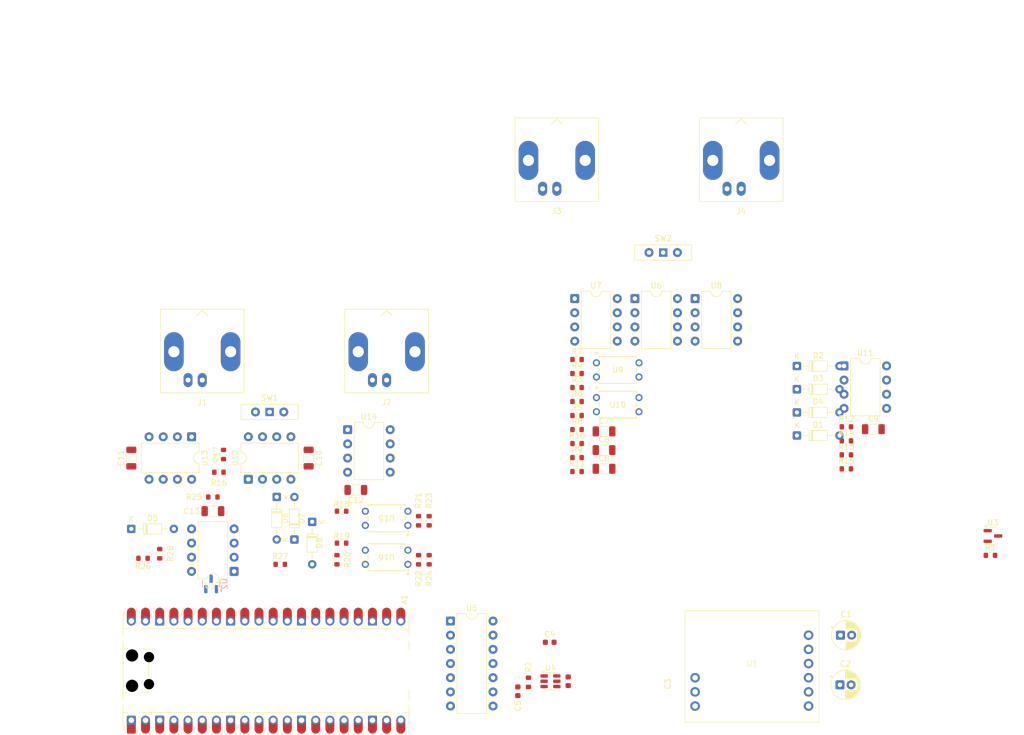
<source format=kicad_pcb>
(kicad_pcb (version 20241229) (generator "pcbnew") (generator_version "9.0")
  (layers (0 "F.Cu" signal) (4 "In1.Cu" power "In1.+12V") (6 "In2.Cu" power "In2.GND") (8 "In3.Cu" power "In3.-12V") (10 "In4.Cu" power "In4.GND") (2 "B.Cu" signal) (13 "F.Paste" user) (15 "B.Paste" user) (5 "F.SilkS" user "F.Silkscreen") (7 "B.SilkS" user "B.Silkscreen") (1 "F.Mask" user) (3 "B.Mask" user) (25 "Edge.Cuts" user))
  (net 0 "")
  (net 1 "+3.3V")
  (net 2 "GND")
  (net 3 "Net-(D2-A)")
  (net 4 "/PotentioStatUnit/Vcrr")
  (net 5 "/反転回路/OUTPUT")
  (net 6 "Net-(D6-A)")
  (net 7 "/PotentioStatUnit1/Vcrr")
  (net 8 "/反転回路1/OUTPUT")
  (net 9 "/PotentioStatUnit1/RE")
  (net 10 "/PotentioStatUnit1/WE")
  (net 11 "Net-(J4-In)")
  (net 12 "/PotentioStatUnit/WE")
  (net 13 "/PotentioStatUnit/RE")
  (net 14 "/REF_+2.048V")
  (net 15 "/PotentioStatUnit/Vre")
  (net 16 "Net-(U6--)")
  (net 17 "/PotentioStatUnit/INPUT")
  (net 18 "/PotentioStatUnit1/Vre")
  (net 19 "/PotentioStatUnit1/INPUT")
  (net 20 "Net-(U12--)")
  (net 21 "/PotentioStatUnit1/CE")
  (net 22 "/PotentioStatUnit/CE")
  (net 41 "x10k_2")
  (net 46 "Net-(A1-GPIO18)")
  (net 48 "x1k_2")
  (net 51 "Net-(A1-GPIO17)")
  (net 52 "Net-(A1-GPIO20)")
  (net 56 "Net-(A1-GPIO19)")
  (net 57 "x10k_1")
  (net 59 "x1k_1")
  (net 61 "Net-(A1-ADC_VREF)")
  (net 67 "-12V")
  (net 68 "+12V")
  (net 69 "3.0V_REF")
  (net 70 "Net-(R18-Pad2)")
  (net 71 "Net-(C5-Pad2)")
  (net 72 "Net-(R19-Pad2)")
  (net 73 "Net-(R21-Pad1)")
  (net 74 "Net-(D3-A)")
  (net 75 "Net-(D7-A)")
  (net 76 "Net-(J2-In)")
  (net 77 "Net-(R5-Pad2)")
  (net 78 "Net-(R6-Pad2)")
  (net 79 "Net-(R10-Pad2)")
  (net 80 "Net-(R11-Pad1)")
  (net 81 "Net-(U11--)")
  (net 82 "Net-(U11-+)")
  (net 83 "Net-(R22-Pad2)")
  (net 84 "Net-(U17--)")
  (net 85 "Net-(U17-+)")
  (net 100 "VSYS")
  (footprint "Package_DIP:DIP-8_W7.62mm" (layer "F.Cu") (at 155.58 127)
    (property "Reference" "U11" (at 3.81 -2.33 0) (layer "F.SilkS"))
    (property "Value" "OP07")
    (pad "1" thru_hole roundrect (at 0 0) (size 1.6 1.6) (drill 0.8) (layers "*.Cu" "*.Mask") (roundrect_rratio 0.15625))
    (pad "2" thru_hole circle (at 0 2.54) (size 1.6 1.6) (drill 0.8) (layers "*.Cu" "*.Mask") (net 81 "Net-(U11--)"))
    (pad "3" thru_hole circle (at 0 5.08) (size 1.6 1.6) (drill 0.8) (layers "*.Cu" "*.Mask") (net 82 "Net-(U11-+)"))
    (pad "4" thru_hole circle (at 0 7.62) (size 1.6 1.6) (drill 0.8) (layers "*.Cu" "*.Mask") (net 67 "-12V"))
    (pad "5" thru_hole circle (at 7.62 7.62) (size 1.6 1.6) (drill 0.8) (layers "*.Cu" "*.Mask"))
    (pad "6" thru_hole circle (at 7.62 5.08) (size 1.6 1.6) (drill 0.8) (layers "*.Cu" "*.Mask") (net 5 "/反転回路/OUTPUT"))
    (pad "7" thru_hole circle (at 7.62 2.54) (size 1.6 1.6) (drill 0.8) (layers "*.Cu" "*.Mask") (net 68 "+12V"))
    (pad "8" thru_hole circle (at 7.62 0) (size 1.6 1.6) (drill 0.8) (layers "*.Cu" "*.Mask"))
  )
  (footprint "Capacitor_SMD:C_1206_3216Metric" (layer "F.Cu") (at 112.595 138.735)
    (property "Reference" "C7" (at 0 -1.85 0) (layer "F.SilkS"))
    (property "Value" "4.7u")
    (pad "1" smd roundrect (at -1.475 0) (size 1.15 1.8) (layers "F.Cu" "F.Mask" "F.Paste") (roundrect_rratio 0.217391) (net 68 "+12V"))
    (pad "2" smd roundrect (at 1.475 0) (size 1.15 1.8) (layers "F.Cu" "F.Mask" "F.Paste") (roundrect_rratio 0.217391) (net 67 "-12V"))
  )
  (footprint "Capacitor_SMD:C_1206_3216Metric" (layer "F.Cu") (at 112.595 142.085)
    (property "Reference" "C6" (at 0 -1.85 0) (layer "F.SilkS"))
    (property "Value" "4.7u")
    (pad "1" smd roundrect (at -1.475 0) (size 1.15 1.8) (layers "F.Cu" "F.Mask" "F.Paste") (roundrect_rratio 0.217391) (net 68 "+12V"))
    (pad "2" smd roundrect (at 1.475 0) (size 1.15 1.8) (layers "F.Cu" "F.Mask" "F.Paste") (roundrect_rratio 0.217391) (net 67 "-12V"))
  )
  (footprint "Diode_THT:D_DO-34_SOD68_P7.62mm_Horizontal" (layer "F.Cu") (at 60.325 154.935 -90)
    (property "Reference" "D8" (at 3.815 -1.27 90) (layer "F.SilkS"))
    (property "Value" "D")
    (fp_text user "K" (at 0 -1.75 90) (layer "F.SilkS"))
    (pad "1" thru_hole roundrect (at 0 0 270) (size 1.5 1.5) (drill 0.75) (layers "*.Cu" "*.Mask") (roundrect_rratio 0.166667) (net 75 "Net-(D7-A)"))
    (pad "2" thru_hole circle (at 7.62 0 270) (size 1.5 1.5) (drill 0.75) (layers "*.Cu" "*.Mask") (net 7 "/PotentioStatUnit1/Vcrr"))
  )
  (footprint "Resistor_SMD:R_0603_1608Metric" (layer "F.Cu") (at 79.375 161.74 -90)
    (property "Reference" "R22" (at 3.365 0 90) (layer "F.SilkS"))
    (property "Value" "10k")
    (pad "1" smd roundrect (at -0.825 0 270) (size 0.8 0.95) (layers "F.Cu" "F.Mask" "F.Paste") (net 2 "GND"))
    (pad "2" smd roundrect (at 0.825 0 270) (size 0.8 0.95) (layers "F.Cu" "F.Mask" "F.Paste") (net 83 "Net-(R22-Pad2)"))
  )
  (footprint "Diode_THT:D_DO-34_SOD68_P7.62mm_Horizontal" (layer "F.Cu") (at 147.14 135.33)
    (property "Reference" "D4" (at 3.81 -1.92 0) (layer "F.SilkS"))
    (property "Value" "D")
    (fp_text user "K" (at 0 -1.75 0) (layer "F.SilkS"))
    (pad "1" thru_hole roundrect (at 0 0) (size 1.5 1.5) (drill 0.75) (layers "*.Cu" "*.Mask") (roundrect_rratio 0.166667) (net 74 "Net-(D3-A)"))
    (pad "2" thru_hole circle (at 7.62 0) (size 1.5 1.5) (drill 0.75) (layers "*.Cu" "*.Mask") (net 4 "/PotentioStatUnit/Vcrr"))
  )
  (footprint "Resistor_SMD:R_0603_1608Metric" (layer "F.Cu") (at 42.545 150.495)
    (property "Reference" "R25" (at -3.365 0 0) (layer "F.SilkS"))
    (property "Value" "10k")
    (pad "1" smd roundrect (at -0.825 0) (size 0.8 0.95) (layers "F.Cu" "F.Mask" "F.Paste") (net 8 "/反転回路1/OUTPUT"))
    (pad "2" smd roundrect (at 0.825 0) (size 0.8 0.95) (layers "F.Cu" "F.Mask" "F.Paste") (net 84 "Net-(U17--)"))
  )
  (footprint "Capacitor_SMD:C_1206_3216Metric" (layer "F.Cu") (at 160.83 138.34)
    (property "Reference" "C9" (at 0 -1.85 0) (layer "F.SilkS"))
    (property "Value" "4.7u")
    (pad "1" smd roundrect (at -1.475 0) (size 1.15 1.8) (layers "F.Cu" "F.Mask" "F.Paste") (roundrect_rratio 0.217391) (net 67 "-12V"))
    (pad "2" smd roundrect (at 1.475 0) (size 1.15 1.8) (layers "F.Cu" "F.Mask" "F.Paste") (roundrect_rratio 0.217391) (net 68 "+12V"))
  )
  (footprint "footprints:DIP4_TOS" (layer "F.Cu") (at 77.47 162.565 180)
    (property "Reference" "U16" (at 3.81 1.27 180) (layer "F.SilkS"))
    (property "Value" "TLP241AF")
    (fp_text user "*" (at 0 -1.397 0) (layer "F.SilkS"))
    (fp_text user "*" (at 0 -1.397 180) (layer "F.SilkS"))
    (pad "1" thru_hole circle (at 0 0 180) (size 1.27 1.27) (drill 0.762) (layers "*.Cu" "*.Mask") (net 83 "Net-(R22-Pad2)"))
    (pad "2" thru_hole circle (at 0 2.54 180) (size 1.27 1.27) (drill 0.762) (layers "*.Cu" "*.Mask") (net 2 "GND"))
    (pad "3" thru_hole circle (at 7.62 2.54 180) (size 1.27 1.27) (drill 0.762) (layers "*.Cu" "*.Mask") (net 72 "Net-(R19-Pad2)"))
    (pad "4" thru_hole circle (at 7.62 0 180) (size 1.27 1.27) (drill 0.762) (layers "*.Cu" "*.Mask") (net 7 "/PotentioStatUnit1/Vcrr"))
  )
  (footprint "Resistor_SMD:R_0603_1608Metric" (layer "F.Cu") (at 156 142.94)
    (property "Reference" "R13" (at 0 -1.43 0) (layer "F.SilkS"))
    (property "Value" "30k")
    (pad "1" smd roundrect (at -0.825 0) (size 0.8 0.95) (layers "F.Cu" "F.Mask" "F.Paste") (net 69 "3.0V_REF"))
    (pad "2" smd roundrect (at 0.825 0) (size 0.8 0.95) (layers "F.Cu" "F.Mask" "F.Paste") (net 82 "Net-(U11-+)"))
  )
  (footprint "Resistor_SMD:R_0603_1608Metric" (layer "F.Cu") (at 43.625 146.055)
    (property "Reference" "R16" (at 0 1.905 0) (layer "F.SilkS"))
    (property "Value" "10k")
    (pad "1" smd roundrect (at -0.825 0) (size 0.8 0.95) (layers "F.Cu" "F.Mask" "F.Paste") (net 19 "/PotentioStatUnit1/INPUT"))
    (pad "2" smd roundrect (at 0.825 0) (size 0.8 0.95) (layers "F.Cu" "F.Mask" "F.Paste") (net 20 "Net-(U12--)"))
  )
  (footprint "Resistor_SMD:R_0603_1608Metric" (layer "F.Cu") (at 65.595 153.04)
    (property "Reference" "R18" (at 0 -1.27 0) (layer "F.SilkS"))
    (property "Value" "10k")
    (pad "1" smd roundrect (at -0.825 0) (size 0.8 0.95) (layers "F.Cu" "F.Mask" "F.Paste") (net 10 "/PotentioStatUnit1/WE"))
    (pad "2" smd roundrect (at 0.825 0) (size 0.8 0.95) (layers "F.Cu" "F.Mask" "F.Paste") (net 70 "Net-(R18-Pad2)"))
  )
  (footprint "Resistor_SMD:R_0603_1608Metric" (layer "F.Cu") (at 54.61 162.56)
    (property "Reference" "R27" (at 0 -1.43 0) (layer "F.SilkS"))
    (property "Value" "10k")
    (pad "1" smd roundrect (at -0.825 0) (size 0.8 0.95) (layers "F.Cu" "F.Mask" "F.Paste") (net 84 "Net-(U17--)"))
    (pad "2" smd roundrect (at 0.825 0) (size 0.8 0.95) (layers "F.Cu" "F.Mask" "F.Paste") (net 7 "/PotentioStatUnit1/Vcrr"))
  )
  (footprint "Resistor_SMD:R_0603_1608Metric" (layer "F.Cu") (at 33.02 160.655 90)
    (property "Reference" "R28" (at 0 1.905 90) (layer "F.SilkS"))
    (property "Value" "10k")
    (pad "1" smd roundrect (at -0.825 0 90) (size 0.8 0.95) (layers "F.Cu" "F.Mask" "F.Paste") (net 85 "Net-(U17-+)"))
    (pad "2" smd roundrect (at 0.825 0 90) (size 0.8 0.95) (layers "F.Cu" "F.Mask" "F.Paste") (net 2 "GND"))
  )
  (footprint "Capacitor_THT:CP_Radial_D5.0mm_P2.00mm" (layer "F.Cu") (at 154.845 184.15)
    (property "Reference" "C2" (at 1 -3.75 0) (layer "F.SilkS"))
    (property "Value" "100u")
    (pad "1" thru_hole roundrect (at 0 0) (size 1.6 1.6) (drill 0.8) (layers "*.Cu" "*.Mask") (roundrect_rratio 0.15625) (net 2 "GND"))
    (pad "2" thru_hole circle (at 2 0) (size 1.6 1.6) (drill 0.8) (layers "*.Cu" "*.Mask") (net 67 "-12V"))
  )
  (footprint "Resistor_SMD:R_0603_1608Metric" (layer "F.Cu") (at 156 137.92)
    (property "Reference" "R12" (at 0 -1.43 0) (layer "F.SilkS"))
    (property "Value" "10k")
    (pad "1" smd roundrect (at -0.825 0) (size 0.8 0.95) (layers "F.Cu" "F.Mask" "F.Paste") (net 5 "/反転回路/OUTPUT"))
    (pad "2" smd roundrect (at 0.825 0) (size 0.8 0.95) (layers "F.Cu" "F.Mask" "F.Paste") (net 81 "Net-(U11--)"))
  )
  (footprint "Capacitor_SMD:C_1206_3216Metric" (layer "F.Cu") (at 59.69 143.515 -90)
    (property "Reference" "C10" (at 0 -1.85 90) (layer "F.SilkS"))
    (property "Value" "4.7u")
    (pad "1" smd roundrect (at -1.475 0 270) (size 1.15 1.8) (layers "F.Cu" "F.Mask" "F.Paste") (roundrect_rratio 0.217391) (net 68 "+12V"))
    (pad "2" smd roundrect (at 1.475 0 270) (size 1.15 1.8) (layers "F.Cu" "F.Mask" "F.Paste") (roundrect_rratio 0.217391) (net 67 "-12V"))
  )
  (footprint "Capacitor_SMD:C_0603_1608Metric" (layer "F.Cu") (at 102.87 176.53)
    (property "Reference" "C4" (at 0 -1.43 0) (layer "F.SilkS"))
    (property "Value" "2.2u")
    (pad "1" smd roundrect (at -0.775 0) (size 0.9 0.95) (layers "F.Cu" "F.Mask" "F.Paste") (net 1 "+3.3V"))
    (pad "2" smd roundrect (at 0.775 0) (size 0.9 0.95) (layers "F.Cu" "F.Mask" "F.Paste") (net 2 "GND"))
  )
  (footprint "footprints:DIP4_TOS" (layer "F.Cu") (at 111.2352 132.6786)
    (property "Reference" "U10" (at 3.81 1.27 0) (layer "F.SilkS"))
    (property "Value" "TLP241AF")
    (fp_text user "*" (at 0 -1.397 0) (layer "F.SilkS"))
    (fp_text user "*" (at 0 -1.397 0) (layer "F.SilkS"))
    (pad "1" thru_hole circle (at 0 0) (size 1.27 1.27) (drill 0.762) (layers "*.Cu" "*.Mask") (net 80 "Net-(R11-Pad1)"))
    (pad "2" thru_hole circle (at 0 2.54) (size 1.27 1.27) (drill 0.762) (layers "*.Cu" "*.Mask") (net 2 "GND"))
    (pad "3" thru_hole circle (at 7.62 2.54) (size 1.27 1.27) (drill 0.762) (layers "*.Cu" "*.Mask") (net 78 "Net-(R6-Pad2)"))
    (pad "4" thru_hole circle (at 7.62 0) (size 1.27 1.27) (drill 0.762) (layers "*.Cu" "*.Mask") (net 4 "/PotentioStatUnit/Vcrr"))
  )
  (footprint "Resistor_SMD:R_0603_1608Metric" (layer "F.Cu") (at 107.765 130.875)
    (property "Reference" "R3" (at 0 -1.43 0) (layer "F.SilkS"))
    (property "Value" "10k")
    (pad "1" smd roundrect (at -0.825 0) (size 0.8 0.95) (layers "F.Cu" "F.Mask" "F.Paste") (net 17 "/PotentioStatUnit/INPUT"))
    (pad "2" smd roundrect (at 0.825 0) (size 0.8 0.95) (layers "F.Cu" "F.Mask" "F.Paste") (net 16 "Net-(U6--)"))
  )
  (footprint "Capacitor_SMD:C_0603_1608Metric" (layer "F.Cu") (at 106.1775 183.515 90)
    (property "Reference" "C3" (at -0.49 17.83 90) (layer "F.SilkS"))
    (property "Value" "2.2u")
    (pad "1" smd roundrect (at -0.775 0 90) (size 0.9 0.95) (layers "F.Cu" "F.Mask" "F.Paste") (net 2 "GND"))
    (pad "2" smd roundrect (at 0.775 0 90) (size 0.9 0.95) (layers "F.Cu" "F.Mask" "F.Paste") (net 1 "+3.3V"))
  )
  (footprint "Capacitor_THT:CP_Radial_D5.0mm_P2.00mm" (layer "F.Cu") (at 154.94 175.26)
    (property "Reference" "C1" (at 1 -3.75 0) (layer "F.SilkS"))
    (property "Value" "100u")
    (pad "1" thru_hole roundrect (at 0 0) (size 1.6 1.6) (drill 0.8) (layers "*.Cu" "*.Mask") (roundrect_rratio 0.15625) (net 68 "+12V"))
    (pad "2" thru_hole circle (at 2 0) (size 1.6 1.6) (drill 0.8) (layers "*.Cu" "*.Mask") (net 2 "GND"))
  )
  (footprint "Connector_Coaxial:BNC_Amphenol_B6252HB-NPP3G-50_Horizontal" (layer "F.Cu") (at 73.66 129.54)
    (property "Reference" "J2" (at 0 4 0) (layer "F.SilkS"))
    (property "Value" "Conn_Coaxial")
    (pad "1" thru_hole oval (at 0 0) (size 1.6 2.5) (drill 0.89) (layers "*.Cu" "*.Mask") (net 76 "Net-(J2-In)"))
    (pad "2" thru_hole oval (at -5.08 -5.08) (size 3.5 7) (drill 2.01) (layers "*.Cu" "*.Mask") (net 10 "/PotentioStatUnit1/WE"))
    (pad "2" thru_hole oval (at -2.54 0) (size 1.6 2.5) (drill 0.89) (layers "*.Cu" "*.Mask") (net 10 "/PotentioStatUnit1/WE"))
    (pad "2" thru_hole oval (at 5.08 -5.08) (size 3.5 7) (drill 2.01) (layers "*.Cu" "*.Mask") (net 10 "/PotentioStatUnit1/WE"))
  )
  (footprint "Package_DIP:DIP-8_W7.62mm" (layer "F.Cu") (at 66.68 138.435)
    (property "Reference" "U14" (at 3.81 -2.33 0) (layer "F.SilkS"))
    (property "Value" "OP07")
    (pad "1" thru_hole roundrect (at 0 0) (size 1.6 1.6) (drill 0.8) (layers "*.Cu" "*.Mask") (roundrect_rratio 0.15625))
    (pad "2" thru_hole circle (at 0 2.54) (size 1.6 1.6) (drill 0.8) (layers "*.Cu" "*.Mask") (net 10 "/PotentioStatUnit1/WE"))
    (pad "3" thru_hole circle (at 0 5.08) (size 1.6 1.6) (drill 0.8) (layers "*.Cu" "*.Mask") (net 2 "GND"))
    (pad "4" thru_hole circle (at 0 7.62) (size 1.6 1.6) (drill 0.8) (layers "*.Cu" "*.Mask") (net 67 "-12V"))
    (pad "5" thru_hole circle (at 7.62 7.62) (size 1.6 1.6) (drill 0.8) (layers "*.Cu" "*.Mask"))
    (pad "6" thru_hole circle (at 7.62 5.08) (size 1.6 1.6) (drill 0.8) (layers "*.Cu" "*.Mask") (net 7 "/PotentioStatUnit1/Vcrr"))
    (pad "7" thru_hole circle (at 7.62 2.54) (size 1.6 1.6) (drill 0.8) (layers "*.Cu" "*.Mask") (net 68 "+12V"))
    (pad "8" thru_hole circle (at 7.62 0) (size 1.6 1.6) (drill 0.8) (layers "*.Cu" "*.Mask"))
  )
  (footprint "Resistor_SMD:R_0603_1608Metric" (layer "F.Cu") (at 107.765 145.935)
    (property "Reference" "R11" (at 0 -1.43 0) (layer "F.SilkS"))
    (property "Value" "20k")
    (pad "1" smd roundrect (at -0.825 0) (size 0.8 0.95) (layers "F.Cu" "F.Mask" "F.Paste") (net 80 "Net-(R11-Pad1)"))
    (pad "2" smd roundrect (at 0.825 0) (size 0.8 0.95) (layers "F.Cu" "F.Mask" "F.Paste") (net 48 "x1k_2"))
  )
  (footprint "Resistor_SMD:R_0603_1608Metric" (layer "F.Cu") (at 156 140.43)
    (property "Reference" "R14" (at 0 -1.43 0) (layer "F.SilkS"))
    (property "Value" "10k")
    (pad "1" smd roundrect (at -0.825 0) (size 0.8 0.95) (layers "F.Cu" "F.Mask" "F.Paste") (net 81 "Net-(U11--)"))
    (pad "2" smd roundrect (at 0.825 0) (size 0.8 0.95) (layers "F.Cu" "F.Mask" "F.Paste") (net 4 "/PotentioStatUnit/Vcrr"))
  )
  (footprint "Capacitor_SMD:C_1206_3216Metric" (layer "F.Cu") (at 68.15 149.23 180)
    (property "Reference" "C12" (at 0 -1.85 0) (layer "F.SilkS"))
    (property "Value" "4.7u")
    (pad "1" smd roundrect (at -1.475 0 180) (size 1.15 1.8) (layers "F.Cu" "F.Mask" "F.Paste") (roundrect_rratio 0.217391) (net 68 "+12V"))
    (pad "2" smd roundrect (at 1.475 0 180) (size 1.15 1.8) (layers "F.Cu" "F.Mask" "F.Paste") (roundrect_rratio 0.217391) (net 67 "-12V"))
  )
  (footprint "Package_DIP:DIP-8_W7.62mm" (layer "F.Cu") (at 118.125 114.935)
    (property "Reference" "U6" (at 3.81 -2.33 0) (layer "F.SilkS"))
    (property "Value" "OP07")
    (pad "1" thru_hole roundrect (at 0 0) (size 1.6 1.6) (drill 0.8) (layers "*.Cu" "*.Mask") (roundrect_rratio 0.15625))
    (pad "2" thru_hole circle (at 0 2.54) (size 1.6 1.6) (drill 0.8) (layers "*.Cu" "*.Mask") (net 16 "Net-(U6--)"))
    (pad "3" thru_hole circle (at 0 5.08) (size 1.6 1.6) (drill 0.8) (layers "*.Cu" "*.Mask") (net 2 "GND"))
    (pad "4" thru_hole circle (at 0 7.62) (size 1.6 1.6) (drill 0.8) (layers "*.Cu" "*.Mask") (net 67 "-12V"))
    (pad "5" thru_hole circle (at 7.62 7.62) (size 1.6 1.6) (drill 0.8) (layers "*.Cu" "*.Mask"))
    (pad "6" thru_hole circle (at 7.62 5.08) (size 1.6 1.6) (drill 0.8) (layers "*.Cu" "*.Mask") (net 22 "/PotentioStatUnit/CE"))
    (pad "7" thru_hole circle (at 7.62 2.54) (size 1.6 1.6) (drill 0.8) (layers "*.Cu" "*.Mask") (net 68 "+12V"))
    (pad "8" thru_hole circle (at 7.62 0) (size 1.6 1.6) (drill 0.8) (layers "*.Cu" "*.Mask"))
  )
  (footprint "Package_DIP:DIP-14_W7.62mm" (layer "F.Cu") (at 85.095 172.72)
    (property "Reference" "U5" (at 3.81 -2.33 180) (layer "F.SilkS"))
    (property "Value" "MCP4922")
    (pad "1" thru_hole roundrect (at 0 0) (size 1.6 1.6) (drill 0.8) (layers "F&B.Cu" "*.Mask") (roundrect_rratio 0.15625) (net 1 "+3.3V"))
    (pad "2" thru_hole circle (at 0 2.54) (size 1.6 1.6) (drill 0.8) (layers "F&B.Cu" "*.Mask"))
    (pad "3" thru_hole circle (at 0 5.08) (size 1.6 1.6) (drill 0.8) (layers "F&B.Cu" "*.Mask") (net 51 "Net-(A1-GPIO17)"))
    (pad "4" thru_hole circle (at 0 7.62) (size 1.6 1.6) (drill 0.8) (layers "F&B.Cu" "*.Mask") (net 46 "Net-(A1-GPIO18)"))
    (pad "5" thru_hole circle (at 0 10.16) (size 1.6 1.6) (drill 0.8) (layers "F&B.Cu" "*.Mask") (net 56 "Net-(A1-GPIO19)"))
    (pad "6" thru_hole circle (at 0 12.7) (size 1.6 1.6) (drill 0.8) (layers "F&B.Cu" "*.Mask"))
    (pad "7" thru_hole circle (at 0 15.24) (size 1.6 1.6) (drill 0.8) (layers "F&B.Cu" "*.Mask"))
    (pad "8" thru_hole circle (at 7.62 15.24) (size 1.6 1.6) (drill 0.8) (layers "F&B.Cu" "*.Mask") (net 52 "Net-(A1-GPIO20)"))
    (pad "9" thru_hole circle (at 7.62 12.7) (size 1.6 1.6) (drill 0.8) (layers "F&B.Cu" "*.Mask") (net 1 "+3.3V"))
    (pad "10" thru_hole circle (at 7.62 10.16) (size 1.6 1.6) (drill 0.8) (layers "F&B.Cu" "*.Mask") (net 17 "/PotentioStatUnit/INPUT"))
    (pad "11" thru_hole circle (at 7.62 7.62) (size 1.6 1.6) (drill 0.8) (layers "F&B.Cu" "*.Mask") (net 14 "/REF_+2.048V"))
    (pad "12" thru_hole circle (at 7.62 5.08) (size 1.6 1.6) (drill 0.8) (layers "F&B.Cu" "*.Mask") (net 2 "GND"))
    (pad "13" thru_hole circle (at 7.62 2.54) (size 1.6 1.6) (drill 0.8) (layers "F&B.Cu" "*.Mask") (net 14 "/REF_+2.048V"))
    (pad "14" thru_hole circle (at 7.62 0) (size 1.6 1.6) (drill 0.8) (layers "F&B.Cu" "*.Mask") (net 19 "/PotentioStatUnit1/INPUT"))
  )
  (footprint "Resistor_SMD:R_0603_1608Metric" (layer "F.Cu") (at 99.06 183.705 -90)
    (property "Reference" "R2" (at -2.73 0 90) (layer "F.SilkS"))
    (property "Value" "1k")
    (pad "1" smd roundrect (at -0.825 0 270) (size 0.8 0.95) (layers "F.Cu" "F.Mask" "F.Paste") (net 14 "/REF_+2.048V"))
    (pad "2" smd roundrect (at 0.825 0 270) (size 0.8 0.95) (layers "F.Cu" "F.Mask" "F.Paste") (net 71 "Net-(C5-Pad2)"))
  )
  (footprint "Resistor_SMD:R_0603_1608Metric" (layer "F.Cu") (at 65.595 158.755)
    (property "Reference" "R19" (at 0 -1.27 0) (layer "F.SilkS"))
    (property "Value" "1k")
    (pad "1" smd roundrect (at -0.825 0) (size 0.8 0.95) (layers "F.Cu" "F.Mask" "F.Paste") (net 10 "/PotentioStatUnit1/WE"))
    (pad "2" smd roundrect (at 0.825 0) (size 0.8 0.95) (layers "F.Cu" "F.Mask" "F.Paste") (net 72 "Net-(R19-Pad2)"))
  )
  (footprint "Capacitor_SMD:C_0603_1608Metric" (layer "F.Cu") (at 97.155 185.305 90)
    (property "Reference" "C5" (at -2.655 0 90) (layer "F.SilkS"))
    (property "Value" "2.2u")
    (pad "1" smd roundrect (at -0.775 0 90) (size 0.9 0.95) (layers "F.Cu" "F.Mask" "F.Paste") (net 2 "GND"))
    (pad "2" smd roundrect (at 0.775 0 90) (size 0.9 0.95) (layers "F.Cu" "F.Mask" "F.Paste") (net 71 "Net-(C5-Pad2)"))
  )
  (footprint "Resistor_SMD:R_0603_1608Metric" (layer "F.Cu") (at 81.28 154.755 -90)
    (property "Reference" "R23" (at -3.62 0 90) (layer "F.SilkS"))
    (property "Value" "20k")
    (pad "1" smd roundrect (at -0.825 0 270) (size 0.8 0.95) (layers "F.Cu" "F.Mask" "F.Paste") (net 57 "x10k_1"))
    (pad "2" smd roundrect (at 0.825 0 270) (size 0.8 0.95) (layers "F.Cu" "F.Mask" "F.Paste") (net 73 "Net-(R21-Pad1)"))
  )
  (footprint "Package_TO_SOT_SMD:SOT-23-6" (layer "F.Cu") (at 103.0025 183.515)
    (property "Reference" "U4" (at 0 -2.4 0) (layer "F.SilkS"))
    (property "Value" "MCP1501-20xCH")
    (pad "1" smd roundrect (at -1.1375 -0.95) (size 1.325 0.6) (layers "F.Cu" "F.Mask" "F.Paste") (net 14 "/REF_+2.048V"))
    (pad "2" smd roundrect (at -1.1375 0) (size 1.325 0.6) (layers "F.Cu" "F.Mask" "F.Paste") (net 2 "GND"))
    (pad "3" smd roundrect (at -1.1375 0.95) (size 1.325 0.6) (layers "F.Cu" "F.Mask" "F.Paste") (net 2 "GND"))
    (pad "4" smd roundrect (at 1.1375 0.95) (size 1.325 0.6) (layers "F.Cu" "F.Mask" "F.Paste") (net 2 "GND"))
    (pad "5" smd roundrect (at 1.1375 0) (size 1.325 0.6) (layers "F.Cu" "F.Mask" "F.Paste") (net 2 "GND"))
    (pad "6" smd roundrect (at 1.1375 -0.95) (size 1.325 0.6) (layers "F.Cu" "F.Mask" "F.Paste") (net 1 "+3.3V"))
  )
  (footprint "Resistor_SMD:R_0603_1608Metric" (layer "F.Cu") (at 79.375 154.755 90)
    (property "Reference" "R21" (at 3.62 0 90) (layer "F.SilkS"))
    (property "Value" "10k")
    (pad "1" smd roundrect (at -0.825 0 90) (size 0.8 0.95) (layers "F.Cu" "F.Mask" "F.Paste") (net 73 "Net-(R21-Pad1)"))
    (pad "2" smd roundrect (at 0.825 0 90) (size 0.8 0.95) (layers "F.Cu" "F.Mask" "F.Paste") (net 2 "GND"))
  )
  (footprint "Diode_THT:D_DO-34_SOD68_P7.62mm_Horizontal" (layer "F.Cu") (at 147.14 131.18)
    (property "Reference" "D3" (at 3.81 -1.92 0) (layer "F.SilkS"))
    (property "Value" "D")
    (fp_text user "K" (at 0 -1.75 0) (layer "F.SilkS"))
    (pad "1" thru_hole roundrect (at 0 0) (size 1.5 1.5) (drill 0.75) (layers "*.Cu" "*.Mask") (roundrect_rratio 0.166667) (net 3 "Net-(D2-A)"))
    (pad "2" thru_hole circle (at 7.62 0) (size 1.5 1.5) (drill 0.75) (layers "*.Cu" "*.Mask") (net 74 "Net-(D3-A)"))
  )
  (footprint "Capacitor_SMD:C_1206_3216Metric" (layer "F.Cu") (at 42.545 153.035 180)
    (property "Reference" "C13" (at 3.81 0 0) (layer "F.SilkS"))
    (property "Value" "4.7u")
    (pad "1" smd roundrect (at -1.475 0 180) (size 1.15 1.8) (layers "F.Cu" "F.Mask" "F.Paste") (roundrect_rratio 0.217391) (net 67 "-12V"))
    (pad "2" smd roundrect (at 1.475 0 180) (size 1.15 1.8) (layers "F.Cu" "F.Mask" "F.Paste") (roundrect_rratio 0.217391) (net 68 "+12V"))
  )
  (footprint "Package_DIP:DIP-8_W7.62mm" (layer "F.Cu") (at 107.345 114.935)
    (property "Reference" "U7" (at 3.81 -2.33 0) (layer "F.SilkS"))
    (property "Value" "OP07")
    (pad "1" thru_hole roundrect (at 0 0) (size 1.6 1.6) (drill 0.8) (layers "*.Cu" "*.Mask") (roundrect_rratio 0.15625))
    (pad "2" thru_hole circle (at 0 2.54) (size 1.6 1.6) (drill 0.8) (layers "*.Cu" "*.Mask") (net 15 "/PotentioStatUnit/Vre"))
    (pad "3" thru_hole circle (at 0 5.08) (size 1.6 1.6) (drill 0.8) (layers "*.Cu" "*.Mask") (net 13 "/PotentioStatUnit/RE"))
    (pad "4" thru_hole circle (at 0 7.62) (size 1.6 1.6) (drill 0.8) (layers "*.Cu" "*.Mask") (net 67 "-12V"))
    (pad "5" thru_hole circle (at 7.62 7.62) (size 1.6 1.6) (drill 0.8) (layers "*.Cu" "*.Mask"))
    (pad "6" thru_hole circle (at 7.62 5.08) (size 1.6 1.6) (drill 0.8) (layers "*.Cu" "*.Mask") (net 15 "/PotentioStatUnit/Vre"))
    (pad "7" thru_hole circle (at 7.62 2.54) (size 1.6 1.6) (drill 0.8) (layers "*.Cu" "*.Mask") (net 68 "+12V"))
    (pad "8" thru_hole circle (at 7.62 0) (size 1.6 1.6) (drill 0.8) (layers "*.Cu" "*.Mask"))
  )
  (footprint "TPS65131:TPS65131_kit" (layer "F.Cu") (at 139.115 180.83)
    (property "Reference" "U1" (at 0 -0.5 0) (layer "F.SilkS") (effects (font (thickness 0.1))))
    (property "Value" "TPS65131_kit")
    (pad "1" thru_hole circle (at -10.21 2.05) (size 1.7 1.7) (drill 1) (layers "*.Cu" "*.Mask") (net 100 "VSYS"))
    (pad "2" thru_hole circle (at -10.21 4.59) (size 1.7 1.7) (drill 1) (layers "*.Cu" "*.Mask") (net 100 "VSYS"))
    (pad "3" thru_hole circle (at -10.21 7.13) (size 1.7 1.7) (drill 1) (layers "*.Cu" "*.Mask") (net 2 "GND"))
    (pad "4" thru_hole circle (at 10.11 -5.57) (size 1.7 1.7) (drill 1) (layers "*.Cu" "*.Mask") (net 68 "+12V"))
    (pad "5" thru_hole circle (at 10.11 -3.03) (size 1.7 1.7) (drill 1) (layers "*.Cu" "*.Mask") (net 68 "+12V"))
    (pad "6" thru_hole circle (at 10.11 -0.49) (size 1.7 1.7) (drill 1) (layers "*.Cu" "*.Mask") (net 2 "GND"))
    (pad "7" thru_hole circle (at 10.11 2.05) (size 1.7 1.7) (drill 1) (layers "*.Cu" "*.Mask") (net 2 "GND"))
    (pad "8" thru_hole circle (at 10.11 4.59) (size 1.7 1.7) (drill 1) (layers "*.Cu" "*.Mask") (net 67 "-12V"))
    (pad "9" thru_hole circle (at 10.11 7.13) (size 1.7 1.7) (drill 1) (layers "*.Cu" "*.Mask") (net 67 "-12V"))
  )
  (footprint "Resistor_SMD:R_0603_1608Metric" (layer "F.Cu") (at 107.765 133.385)
    (property "Reference" "R6" (at 0 -1.43 0) (layer "F.SilkS"))
    (property "Value" "1k")
    (pad "1" smd roundrect (at -0.825 0) (size 0.8 0.95) (layers "F.Cu" "F.Mask" "F.Paste") (net 12 "/PotentioStatUnit/WE"))
    (pad "2" smd roundrect (at 0.825 0) (size 0.8 0.95) (layers "F.Cu" "F.Mask" "F.Paste") (net 78 "Net-(R6-Pad2)"))
  )
  (footprint "Button_Switch_THT:SW_Slide-03_Wuerth-WS-SLTV_10x2.5x6.4_P2.54mm" (layer "F.Cu") (at 52.705 135.255)
    (property "Reference" "SW1" (at 0 -2.54 0) (layer "F.SilkS"))
    (property "Value" "SW_SPDT")
    (pad "1" thru_hole rect (at 0 0) (size 1.5 1.5) (drill 0.8) (layers "*.Cu" "*.Mask") (net 9 "/PotentioStatUnit1/RE"))
    (pad "2" thru_hole circle (at -2.54 0) (size 1.6 1.6) (drill 0.8) (layers "*.Cu" "*.Mask") (net 21 "/PotentioStatUnit1/CE"))
    (pad "3" thru_hole circle (at 2.54 0) (size 1.6 1.6) (drill 0.8) (layers "*.Cu" "*.Mask") (net 76 "Net-(J2-In)"))
  )
  (footprint "Resistor_SMD:R_0603_1608Metric" (layer "F.Cu") (at 30.035 161.48 180)
    (property "Reference" "R26" (at 0 -1.43 0) (layer "F.SilkS"))
    (property "Value" "30k")
    (pad "1" smd roundrect (at -0.825 0 180) (size 0.8 0.95) (layers "F.Cu" "F.Mask" "F.Paste") (net 69 "3.0V_REF"))
    (pad "2" smd roundrect (at 0.825 0 180) (size 0.8 0.95) (layers "F.Cu" "F.Mask" "F.Paste") (net 85 "Net-(U17-+)"))
  )
  (footprint "Resistor_SMD:R_0603_1608Metric" (layer "F.Cu") (at 107.765 138.405)
    (property "Reference" "R8" (at 0 -1.43 0) (layer "F.SilkS"))
    (property "Value" "10k")
    (pad "1" smd roundrect (at -0.825 0) (size 0.8 0.95) (layers "F.Cu" "F.Mask" "F.Paste") (net 79 "Net-(R10-Pad2)"))
    (pad "2" smd roundrect (at 0.825 0) (size 0.8 0.95) (layers "F.Cu" "F.Mask" "F.Paste") (net 2 "GND"))
  )
  (footprint "Package_DIP:DIP-8_W7.62mm" (layer "F.Cu") (at 48.895 147.32 90)
    (property "Reference" "U12" (at 3.81 -2.33 90) (layer "F.SilkS"))
    (property "Value" "OP07")
    (pad "1" thru_hole roundrect (at 0 0 90) (size 1.6 1.6) (drill 0.8) (layers "*.Cu" "*.Mask") (roundrect_rratio 0.15625))
    (pad "2" thru_hole circle (at 0 2.54 90) (size 1.6 1.6) (drill 0.8) (layers "*.Cu" "*.Mask") (net 20 "Net-(U12--)"))
    (pad "3" thru_hole circle (at 0 5.08 90) (size 1.6 1.6) (drill 0.8) (layers "*.Cu" "*.Mask") (net 2 "GND"))
    (pad "4" thru_hole circle (at 0 7.62 90) (size 1.6 1.6) (drill 0.8) (layers "*.Cu" "*.Mask") (net 67 "-12V"))
    (pad "5" thru_hole circle (at 7.62 7.62 90) (size 1.6 1.6) (drill 0.8) (layers "*.Cu" "*.Mask"))
    (pad "6" thru_hole circle (at 7.62 5.08 90) (size 1.6 1.6) (drill 0.8) (layers "*.Cu" "*.Mask") (net 21 "/PotentioStatUnit1/CE"))
    (pad "7" thru_hole circle (at 7.62 2.54 90) (size 1.6 1.6) (drill 0.8) (layers "*.Cu" "*.Mask") (net 68 "+12V"))
    (pad "8" thru_hole circle (at 7.62 0 90) (size 1.6 1.6) (drill 0.8) (layers "*.Cu" "*.Mask"))
  )
  (footprint "Connector_Coaxial:BNC_Amphenol_B6252HB-NPP3G-50_Horizontal" (layer "F.Cu") (at 40.64 129.54)
    (property "Reference" "J1" (at 0 4 0) (layer "F.SilkS"))
    (property "Value" "Conn_Coaxial")
    (pad "1" thru_hole oval (at 0 0) (size 1.6 2.5) (drill 0.89) (layers "*.Cu" "*.Mask") (net 9 "/PotentioStatUnit1/RE"))
    (pad "2" thru_hole oval (at -5.08 -5.08) (size 3.5 7) (drill 2.01) (layers "*.Cu" "*.Mask") (net 10 "/PotentioStatUnit1/WE"))
    (pad "2" thru_hole oval (at -2.54 0) (size 1.6 2.5) (drill 0.89) (layers "*.Cu" "*.Mask") (net 10 "/PotentioStatUnit1/WE"))
    (pad "2" thru_hole oval (at 5.08 -5.08) (size 3.5 7) (drill 2.01) (layers "*.Cu" "*.Mask") (net 10 "/PotentioStatUnit1/WE"))
  )
  (footprint "Diode_THT:D_DO-34_SOD68_P7.62mm_Horizontal" (layer "F.Cu") (at 147.14 139.48)
    (property "Reference" "D1" (at 3.81 -1.92 0) (layer "F.SilkS"))
    (property "Value" "ZeD")
    (fp_text user "K" (at 0 -1.75 0) (layer "F.SilkS"))
    (pad "1" thru_hole roundrect (at 0 0) (size 1.5 1.5) (drill 0.75) (layers "*.Cu" "*.Mask") (roundrect_rratio 0.166667) (net 2 "GND"))
    (pad "2" thru_hole circle (at 7.62 0) (size 1.5 1.5) (drill 0.75) (layers "*.Cu" "*.Mask") (net 5 "/反転回路/OUTPUT"))
  )
  (footprint "Resistor_SMD:R_0603_1608Metric" (layer "F.Cu") (at 44.45 142.88 -90)
    (property "Reference" "R17" (at 0 1.27 90) (layer "F.SilkS"))
    (property "Value" "10k")
    (pad "1" smd roundrect (at -0.825 0 270) (size 0.8 0.95) (layers "F.Cu" "F.Mask" "F.Paste") (net 18 "/PotentioStatUnit1/Vre"))
    (pad "2" smd roundrect (at 0.825 0 270) (size 0.8 0.95) (layers "F.Cu" "F.Mask" "F.Paste") (net 20 "Net-(U12--)"))
  )
  (footprint "Resistor_SMD:R_0603_1608Metric" (layer "F.Cu") (at 107.765 125.855)
    (property "Reference" "R7" (at 0 -1.43 0) (layer "F.SilkS"))
    (property "Value" "100")
    (pad "1" smd roundrect (at -0.825 0) (size 0.8 0.95) (layers "F.Cu" "F.Mask" "F.Paste") (net 12 "/PotentioStatUnit/WE"))
    (pad "2" smd roundrect (at 0.825 0) (size 0.8 0.95) (layers "F.Cu" "F.Mask" "F.Paste") (net 4 "/PotentioStatUnit/Vcrr"))
  )
  (footprint "Resistor_SMD:R_0603_1608Metric" (layer "F.Cu") (at 181.795 160.955)
    (property "Reference" "R1" (at 0 -1.43 0) (layer "F.SilkS"))
    (property "Value" "200")
    (pad "1" smd roundrect (at -0.825 0) (size 0.8 0.95) (layers "F.Cu" "F.Mask" "F.Paste") (net 69 "3.0V_REF"))
    (pad "2" smd roundrect (at 0.825 0) (size 0.8 0.95) (layers "F.Cu" "F.Mask" "F.Paste") (net 1 "+3.3V"))
  )
  (footprint "Button_Switch_THT:SW_Slide-03_Wuerth-WS-SLTV_10x2.5x6.4_P2.54mm" (layer "F.Cu") (at 123.19 106.68)
    (property "Reference" "SW2" (at 0 -2.54 0) (layer "F.SilkS"))
    (property "Value" "SW_SPDT")
    (pad "1" thru_hole rect (at 0 0) (size 1.5 1.5) (drill 0.8) (layers "*.Cu" "*.Mask") (net 13 "/PotentioStatUnit/RE"))
    (pad "2" thru_hole circle (at -2.54 0) (size 1.6 1.6) (drill 0.8) (layers "*.Cu" "*.Mask") (net 22 "/PotentioStatUnit/CE"))
    (pad "3" thru_hole circle (at 2.54 0) (size 1.6 1.6) (drill 0.8) (layers "*.Cu" "*.Mask") (net 11 "Net-(J4-In)"))
  )
  (footprint "Package_DIP:DIP-8_W7.62mm" (layer "F.Cu") (at 128.905 114.935)
    (property "Reference" "U8" (at 3.81 -2.33 0) (layer "F.SilkS"))
    (property "Value" "OP07")
    (pad "1" thru_hole roundrect (at 0 0) (size 1.6 1.6) (drill 0.8) (layers "*.Cu" "*.Mask") (roundrect_rratio 0.15625))
    (pad "2" thru_hole circle (at 0 2.54) (size 1.6 1.6) (drill 0.8) (layers "*.Cu" "*.Mask") (net 12 "/PotentioStatUnit/WE"))
    (pad "3" thru_hole circle (at 0 5.08) (size 1.6 1.6) (drill 0.8) (layers "*.Cu" "*.Mask") (net 2 "GND"))
    (pad "4" thru_hole circle (at 0 7.62) (size 1.6 1.6) (drill 0.8) (layers "*.Cu" "*.Mask") (net 67 "-12V"))
    (pad "5" thru_hole circle (at 7.62 7.62) (size 1.6 1.6) (drill 0.8) (layers "*.Cu" "*.Mask"))
    (pad "6" thru_hole circle (at 7.62 5.08) (size 1.6 1.6) (drill 0.8) (layers "*.Cu" "*.Mask") (net 4 "/PotentioStatUnit/Vcrr"))
    (pad "7" thru_hole circle (at 7.62 2.54) (size 1.6 1.6) (drill 0.8) (layers "*.Cu" "*.Mask") (net 68 "+12V"))
    (pad "8" thru_hole circle (at 7.62 0) (size 1.6 1.6) (drill 0.8) (layers "*.Cu" "*.Mask"))
  )
  (footprint "Package_DIP:DIP-8_W7.62mm" (layer "F.Cu") (at 46.35 163.83 180)
    (property "Reference" "U17" (at 3.805 -2.54 0) (layer "F.SilkS"))
    (property "Value" "OP07")
    (pad "1" thru_hole roundrect (at 0 0 180) (size 1.6 1.6) (drill 0.8) (layers "*.Cu" "*.Mask") (roundrect_rratio 0.15625))
    (pad "2" thru_hole circle (at 0 2.54 180) (size 1.6 1.6) (drill 0.8) (layers "*.Cu" "*.Mask") (net 84 "Net-(U17--)"))
    (pad "3" thru_hole circle (at 0 5.08 180) (size 1.6 1.6) (drill 0.8) (layers "*.Cu" "*.Mask") (net 85 "Net-(U17-+)"))
    (pad "4" thru_hole circle (at 0 7.62 180) (size 1.6 1.6) (drill 0.8) (layers "*.Cu" "*.Mask") (net 67 "-12V"))
    (pad "5" thru_hole circle (at 7.62 7.62 180) (size 1.6 1.6) (drill 0.8) (layers "*.Cu" "*.Mask"))
    (pad "6" thru_hole circle (at 7.62 5.08 180) (size 1.6 1.6) (drill 0.8) (layers "*.Cu" "*.Mask") (net 8 "/反転回路1/OUTPUT"))
    (pad "7" thru_hole circle (at 7.62 2.54 180) (size 1.6 1.6) (drill 0.8) (layers "*.Cu" "*.Mask") (net 68 "+12V"))
    (pad "8" thru_hole circle (at 7.62 0 180) (size 1.6 1.6) (drill 0.8) (layers "*.Cu" "*.Mask"))
  )
  (footprint "Diode_THT:D_DO-34_SOD68_P7.62mm_Horizontal" (layer "F.Cu") (at 53.975 150.49 -90)
    (property "Reference" "D6" (at 3.805 -1.52 90) (layer "F.SilkS"))
    (property "Value" "D")
    (fp_text user "K" (at 0 -1.75 90) (layer "F.SilkS"))
    (pad "1" thru_hole roundrect (at 0 0 270) (size 1.5 1.5) (drill 0.75) (layers "*.Cu" "*.Mask") (roundrect_rratio 0.166667) (net 2 "GND"))
    (pad "2" thru_hole circle (at 7.62 0 270) (size 1.5 1.5) (drill 0.75) (layers "*.Cu" "*.Mask") (net 6 "Net-(D6-A)"))
  )
  (footprint "Resistor_SMD:R_0603_1608Metric" (layer "F.Cu") (at 107.765 140.915)
    (property "Reference" "R10" (at 0 -1.43 0) (layer "F.SilkS"))
    (property "Value" "20k")
    (pad "1" smd roundrect (at -0.825 0) (size 0.8 0.95) (layers "F.Cu" "F.Mask" "F.Paste") (net 41 "x10k_2"))
    (pad "2" smd roundrect (at 0.825 0) (size 0.8 0.95) (layers "F.Cu" "F.Mask" "F.Paste") (net 79 "Net-(R10-Pad2)"))
  )
  (footprint "footprints:DIP4_TOS" (layer "F.Cu") (at 111.2352 126.4462)
    (property "Reference" "U9" (at 3.81 1.27 0) (layer "F.SilkS"))
    (property "Value" "TLP241AF")
    (fp_text user "*" (at 0 -1.397 0) (layer "F.SilkS"))
    (fp_text user "*" (at 0 -1.397 0) (layer "F.SilkS"))
    (pad "1" thru_hole circle (at 0 0) (size 1.27 1.27) (drill 0.762) (layers "*.Cu" "*.Mask") (net 79 "Net-(R10-Pad2)"))
    (pad "2" thru_hole circle (at 0 2.54) (size 1.27 1.27) (drill 0.762) (layers "*.Cu" "*.Mask") (net 2 "GND"))
    (pad "3" thru_hole circle (at 7.62 2.54) (size 1.27 1.27) (drill 0.762) (layers "*.Cu" "*.Mask") (net 77 "Net-(R5-Pad2)"))
    (pad "4" thru_hole circle (at 7.62 0) (size 1.27 1.27) (drill 0.762) (layers "*.Cu" "*.Mask") (net 4 "/PotentioStatUnit/Vcrr"))
  )
  (footprint "Connector_Coaxial:BNC_Amphenol_B6252HB-NPP3G-50_Horizontal" (layer "F.Cu") (at 104.14 95.25)
    (property "Reference" "J3" (at 0 4 0) (layer "F.SilkS"))
    (property "Value" "Conn_Coaxial")
    (pad "1" thru_hole oval (at 0 0) (size 1.6 2.5) (drill 0.89) (layers "*.Cu" "*.Mask") (net 13 "/PotentioStatUnit/RE"))
    (pad "2" thru_hole oval (at -5.08 -5.08) (size 3.5 7) (drill 2.01) (layers "*.Cu" "*.Mask") (net 12 "/PotentioStatUnit/WE"))
    (pad "2" thru_hole oval (at -2.54 0) (size 1.6 2.5) (drill 0.89) (layers "*.Cu" "*.Mask") (net 12 "/PotentioStatUnit/WE"))
    (pad "2" thru_hole oval (at 5.08 -5.08) (size 3.5 7) (drill 2.01) (layers "*.Cu" "*.Mask") (net 12 "/PotentioStatUnit/WE"))
  )
  (footprint "Capacitor_SMD:C_1206_3216Metric" (layer "F.Cu") (at 27.94 143.515 90)
    (property "Reference" "C11" (at 0 -1.85 90) (layer "F.SilkS"))
    (property "Value" "4.7u")
    (pad "1" smd roundrect (at -1.475 0 90) (size 1.15 1.8) (layers "F.Cu" "F.Mask" "F.Paste") (roundrect_rratio 0.217391) (net 68 "+12V"))
    (pad "2" smd roundrect (at 1.475 0 90) (size 1.15 1.8) (layers "F.Cu" "F.Mask" "F.Paste") (roundrect_rratio 0.217391) (net 67 "-12V"))
  )
  (footprint "Resistor_SMD:R_0603_1608Metric" (layer "F.Cu") (at 64.77 161.74 -90)
    (property "Reference" "R20" (at 0 -1.905 90) (layer "F.SilkS"))
    (property "Value" "100")
    (pad "1" smd roundrect (at -0.825 0 270) (size 0.8 0.95) (layers "F.Cu" "F.Mask" "F.Paste") (net 10 "/PotentioStatUnit1/WE"))
    (pad "2" smd roundrect (at 0.825 0 270) (size 0.8 0.95) (layers "F.Cu" "F.Mask" "F.Paste") (net 7 "/PotentioStatUnit1/Vcrr"))
  )
  (footprint "Resistor_SMD:R_0603_1608Metric" (layer "F.Cu") (at 81.28 161.74 90)
    (property "Reference" "R24" (at -3.365 0 90) (layer "F.SilkS"))
    (property "Value" "20k")
    (pad "1" smd roundrect (at -0.825 0 90) (size 0.8 0.95) (layers "F.Cu" "F.Mask" "F.Paste") (net 83 "Net-(R22-Pad2)"))
    (pad "2" smd roundrect (at 0.825 0 90) (size 0.8 0.95) (layers "F.Cu" "F.Mask" "F.Paste") (net 59 "x1k_1"))
  )
  (footprint "Diode_THT:D_DO-34_SOD68_P7.62mm_Horizontal" (layer "F.Cu") (at 147.14 127.03)
    (property "Reference" "D2" (at 3.81 -1.92 0) (layer "F.SilkS"))
    (property "Value" "D")
    (fp_text user "K" (at 0 -1.75 0) (layer "F.SilkS"))
    (pad "1" thru_hole roundrect (at 0 0) (size 1.5 1.5) (drill 0.75) (layers "*.Cu" "*.Mask") (roundrect_rratio 0.166667) (net 2 "GND"))
    (pad "2" thru_hole circle (at 7.62 0) (size 1.5 1.5) (drill 0.75) (layers "*.Cu" "*.Mask") (net 3 "Net-(D2-A)"))
  )
  (footprint "Resistor_SMD:R_0603_1608Metric" (layer "F.Cu") (at 156 145.45)
    (property "Reference" "R15" (at 0 -1.43 0) (layer "F.SilkS"))
    (property "Value" "10k")
    (pad "1" smd roundrect (at -0.825 0) (size 0.8 0.95) (layers "F.Cu" "F.Mask" "F.Paste") (net 82 "Net-(U11-+)"))
    (pad "2" smd roundrect (at 0.825 0) (size 0.8 0.95) (layers "F.Cu" "F.Mask" "F.Paste") (net 2 "GND"))
  )
  (footprint "Diode_THT:D_DO-34_SOD68_P7.62mm_Horizontal" (layer "F.Cu") (at 57.15 158.12 90)
    (property "Reference" "D7" (at 3.815 1.27 90) (layer "F.SilkS"))
    (property "Value" "D")
    (fp_text user "K" (at 0 -1.75 90) (layer "F.SilkS"))
    (pad "1" thru_hole roundrect (at 0 0 90) (size 1.5 1.5) (drill 0.75) (layers "*.Cu" "*.Mask") (roundrect_rratio 0.166667) (net 6 "Net-(D6-A)"))
    (pad "2" thru_hole circle (at 7.62 0 90) (size 1.5 1.5) (drill 0.75) (layers "*.Cu" "*.Mask") (net 75 "Net-(D7-A)"))
  )
  (footprint "Resistor_SMD:R_0603_1608Metric" (layer "F.Cu") (at 107.765 143.425)
    (property "Reference" "R9" (at 0 -1.43 0) (layer "F.SilkS"))
    (property "Value" "10k")
    (pad "1" smd roundrect (at -0.825 0) (size 0.8 0.95) (layers "F.Cu" "F.Mask" "F.Paste") (net 2 "GND"))
    (pad "2" smd roundrect (at 0.825 0) (size 0.8 0.95) (layers "F.Cu" "F.Mask" "F.Paste") (net 80 "Net-(R11-Pad1)"))
  )
  (footprint "footprints:DIP4_TOS" (layer "F.Cu") (at 77.47 155.58 180)
    (property "Reference" "U15" (at 3.81 1.27 180) (layer "F.SilkS"))
    (property "Value" "TLP241AF")
    (fp_text user "*" (at 0 -1.397 180) (layer "F.SilkS"))
    (fp_text user "*" (at 0 -1.397 0) (layer "F.SilkS"))
    (pad "1" thru_hole circle (at 0 0 180) (size 1.27 1.27) (drill 0.762) (layers "*.Cu" "*.Mask") (net 73 "Net-(R21-Pad1)"))
    (pad "2" thru_hole circle (at 0 2.54 180) (size 1.27 1.27) (drill 0.762) (layers "*.Cu" "*.Mask") (net 2 "GND"))
    (pad "3" thru_hole circle (at 7.62 2.54 180) (size 1.27 1.27) (drill 0.762) (layers "*.Cu" "*.Mask") (net 70 "Net-(R18-Pad2)"))
    (pad "4" thru_hole circle (at 7.62 0 180) (size 1.27 1.27) (drill 0.762) (layers "*.Cu" "*.Mask") (net 7 "/PotentioStatUnit1/Vcrr"))
  )
  (footprint "Package_DIP:DIP-8_W7.62mm" (layer "F.Cu") (at 38.735 139.705 -90)
    (property "Reference" "U13" (at 3.81 -2.33 90) (layer "F.SilkS"))
    (property "Value" "OP07")
    (pad "1" thru_hole roundrect (at 0 0 270) (size 1.6 1.6) (drill 0.8) (layers "*.Cu" "*.Mask") (roundrect_rratio 0.15625))
    (pad "2" thru_hole circle (at 0 2.54 270) (size 1.6 1.6) (drill 0.8) (layers "*.Cu" "*.Mask") (net 18 "/PotentioStatUnit1/Vre"))
    (pad "3" thru_hole circle (at 0 5.08 270) (size 1.6 1.6) (drill 0.8) (layers "*.Cu" "*.Mask") (net 9 "/PotentioStatUnit1/RE"))
    (pad "4" thru_hole circle (at 0 7.62 270) (size 1.6 1.6) (drill 0.8) (layers "*.Cu" "*.Mask") (net 67 "-12V"))
    (pad "5" thru_hole circle (at 7.62 7.62 270) (size 1.6 1.6) (drill 0.8) (layers "*.Cu" "*.Mask"))
    (pad "6" thru_hole circle (at 7.62 5.08 270) (size 1.6 1.6) (drill 0.8) (layers "*.Cu" "*.Mask") (net 18 "/PotentioStatUnit1/Vre"))
    (pad "7" thru_hole circle (at 7.62 2.54 270) (size 1.6 1.6) (drill 0.8) (layers "*.Cu" "*.Mask") (net 68 "+12V"))
    (pad "8" thru_hole circle (at 7.62 0 270) (size 1.6 1.6) (drill 0.8) (layers "*.Cu" "*.Mask"))
  )
  (footprint "Diode_THT:D_DO-34_SOD68_P7.62mm_Horizontal" (layer "F.Cu") (at 27.935 156.21)
    (property "Reference" "D5" (at 3.81 -1.92 0) (layer "F.SilkS"))
    (property "Value" "ZeD")
    (fp_text user "K" (at 0 -1.75 0) (layer "F.SilkS"))
    (pad "1" thru_hole roundrect (at 0 0) (size 1.5 1.5) (drill 0.75) (layers "*.Cu" "*.Mask") (roundrect_rratio 0.166667) (net 2 "GND"))
    (pad "2" thru_hole circle (at 7.62 0) (size 1.5 1.5) (drill 0.75) (layers "*.Cu" "*.Mask") (net 8 "/反転回路1/OUTPUT"))
  )
  (footprint "Resistor_SMD:R_0603_1608Metric" (layer "F.Cu") (at 107.765 128.365)
    (property "Reference" "R4" (at 0 -1.43 0) (layer "F.SilkS"))
    (property "Value" "10k")
    (pad "1" smd roundrect (at -0.825 0) (size 0.8 0.95) (layers "F.Cu" "F.Mask" "F.Paste") (net 15 "/PotentioStatUnit/Vre"))
    (pad "2" smd roundrect (at 0.825 0) (size 0.8 0.95) (layers "F.Cu" "F.Mask" "F.Paste") (net 16 "Net-(U6--)"))
  )
  (footprint "Resistor_SMD:R_0603_1608Metric" (layer "F.Cu") (at 107.765 135.895)
    (property "Reference" "R5" (at 0 -1.43 0) (layer "F.SilkS"))
    (property "Value" "10k")
    (pad "1" smd roundrect (at -0.825 0) (size 0.8 0.95) (layers "F.Cu" "F.Mask" "F.Paste") (net 12 "/PotentioStatUnit/WE"))
    (pad "2" smd roundrect (at 0.825 0) (size 0.8 0.95) (layers "F.Cu" "F.Mask" "F.Paste") (net 77 "Net-(R5-Pad2)"))
  )
  (footprint "Connector_Coaxial:BNC_Amphenol_B6252HB-NPP3G-50_Horizontal" (layer "F.Cu") (at 137.16 95.25)
    (property "Reference" "J4" (at 0 4 0) (layer "F.SilkS"))
    (property "Value" "Conn_Coaxial")
    (pad "1" thru_hole oval (at 0 0) (size 1.6 2.5) (drill 0.89) (layers "*.Cu" "*.Mask") (net 11 "Net-(J4-In)"))
    (pad "2" thru_hole oval (at -5.08 -5.08) (size 3.5 7) (drill 2.01) (layers "*.Cu" "*.Mask") (net 12 "/PotentioStatUnit/WE"))
    (pad "2" thru_hole oval (at -2.54 0) (size 1.6 2.5) (drill 0.89) (layers "*.Cu" "*.Mask") (net 12 "/PotentioStatUnit/WE"))
    (pad "2" thru_hole oval (at 5.08 -5.08) (size 3.5 7) (drill 2.01) (layers "*.Cu" "*.Mask") (net 12 "/PotentioStatUnit/WE"))
  )
  (footprint "Package_TO_SOT_SMD:SOT-23" (layer "F.Cu") (at 182.245 157.48)
    (property "Reference" "U3" (at 0 -2.4 0) (layer "F.SilkS"))
    (property "Value" "LM4040DBZ-3")
    (pad "1" smd roundrect (at -0.9375 -0.95) (size 1.475 0.6) (layers "F.Cu" "F.Mask" "F.Paste") (net 69 "3.0V_REF"))
    (pad "2" smd roundrect (at -0.9375 0.95) (size 1.475 0.6) (layers "F.Cu" "F.Mask" "F.Paste") (net 2 "GND"))
    (pad "3" smd roundrect (at 0.9375 0) (size 1.475 0.6) (layers "F.Cu" "F.Mask" "F.Paste"))
  )
  (footprint "Capacitor_SMD:C_1206_3216Metric" (layer "F.Cu") (at 112.595 145.435)
    (property "Reference" "C8" (at 0 -1.85 0) (layer "F.SilkS"))
    (property "Value" "4.7u")
    (pad "1" smd roundrect (at -1.475 0) (size 1.15 1.8) (layers "F.Cu" "F.Mask" "F.Paste") (roundrect_rratio 0.217391) (net 68 "+12V"))
    (pad "2" smd roundrect (at 1.475 0) (size 1.15 1.8) (layers "F.Cu" "F.Mask" "F.Paste") (roundrect_rratio 0.217391) (net 67 "-12V"))
  )
  (footprint "Module:RaspberryPi_Pico_Common_Unspecified" (layer "F.Cu") (at 52.07 181.61 90)
    (property "Reference" "A1" (at 11.7475 24.765 90) (layer "F.SilkS") (effects (justify left)))
    (property "Value" "RaspberryPi_Pico")
    (pad "" np_thru_hole circle (at -2.725 -24 90) (size 2.2 2.2) (drill 2.2) (layers "*.Mask"))
    (pad "" np_thru_hole circle (at -2.425 -20.97 90) (size 1.85 1.85) (drill 1.85) (layers "*.Mask"))
    (pad "" np_thru_hole circle (at 2.425 -20.97 90) (size 1.85 1.85) (drill 1.85) (layers "*.Mask"))
    (pad "" np_thru_hole circle (at 2.725 -24 90) (size 2.2 2.2) (drill 2.2) (layers "*.Mask"))
    (pad "1" smd custom (at -9.69 -24.13 90) (size 1.6 0.8) (layers "F.Cu" "F.Mask") (options (clearance outline) (anchor rect)) (primitives (gr_circle (center 0.8 0) (end 1.6 0) (width 0) (fill yes)) (gr_poly (pts (xy -1.6 -0.6) (xy -1.6 0.6) (xy -1.4 0.8) (xy 0.8 0.8) (xy 0.8 -0.8) (xy -1.4 -0.8)) (width 0) (fill yes)) (gr_circle (center -1.4 -0.6) (end -1.2 -0.6) (width 0) (fill yes)) (gr_circle (center -1.4 0.6) (end -1.2 0.6) (width 0) (fill yes))))
    (pad "1" thru_hole roundrect (at -8.89 -24.13 90) (size 1.6 1.6) (drill 1) (layers "*.Cu" "*.Mask") (roundrect_rratio 0.125))
    (pad "2" smd roundrect (at -9.69 -21.59 90) (size 3.2 1.6) (layers "F.Cu" "F.Mask") (roundrect_rratio 0.5))
    (pad "2" thru_hole circle (at -8.89 -21.59 90) (size 1.6 1.6) (drill 1) (layers "*.Cu" "*.Mask"))
    (pad "3" smd custom (at -9.69 -19.05 90) (size 1.6 0.8) (layers "F.Cu" "F.Mask") (net 2 "GND") (options (clearance outline) (anchor rect)) (primitives (gr_circle (center -0.8 0) (end 0 0) (width 0) (fill yes)) (gr_poly (pts (xy 1.6 -0.6) (xy 1.6 0.6) (xy 1.4 0.8) (xy -0.8 0.8) (xy -0.8 -0.8) (xy 1.4 -0.8)) (width 0) (fill yes)) (gr_circle (center 1.4 -0.6) (end 1.6 -0.6) (width 0) (fill yes)) (gr_circle (center 1.4 0.6) (end 1.6 0.6) (width 0) (fill yes))))
    (pad "3" thru_hole custom (at -8.89 -19.05 90) (size 1.6 1.6) (drill 1) (layers "*.Cu" "*.Mask") (net 2 "GND") (options (clearance outline) (anchor circle)) (primitives (gr_poly (pts (xy 0.8 0.6) (xy 0.8 -0.6) (xy 0.6 -0.8) (xy 0 -0.8) (xy 0 0.8) (xy 0.6 0.8)) (width 0) (fill yes)) (gr_circle (center 0.6 0.6) (end 0.8 0.6) (width 0) (fill yes)) (gr_circle (center 0.6 -0.6) (end 0.8 -0.6) (width 0) (fill yes))))
    (pad "4" smd roundrect (at -9.69 -16.51 90) (size 3.2 1.6) (layers "F.Cu" "F.Mask") (roundrect_rratio 0.5))
    (pad "4" thru_hole circle (at -8.89 -16.51 90) (size 1.6 1.6) (drill 1) (layers "*.Cu" "*.Mask"))
    (pad "5" smd roundrect (at -9.69 -13.97 90) (size 3.2 1.6) (layers "F.Cu" "F.Mask") (roundrect_rratio 0.5))
    (pad "5" thru_hole circle (at -8.89 -13.97 90) (size 1.6 1.6) (drill 1) (layers "*.Cu" "*.Mask"))
    (pad "6" smd roundrect (at -9.69 -11.43 90) (size 3.2 1.6) (layers "F.Cu" "F.Mask") (roundrect_rratio 0.5))
    (pad "6" thru_hole circle (at -8.89 -11.43 90) (size 1.6 1.6) (drill 1) (layers "*.Cu" "*.Mask"))
    (pad "7" smd roundrect (at -9.69 -8.89 90) (size 3.2 1.6) (layers "F.Cu" "F.Mask") (roundrect_rratio 0.5))
    (pad "7" thru_hole circle (at -8.89 -8.89 90) (size 1.6 1.6) (drill 1) (layers "*.Cu" "*.Mask"))
    (pad "8" smd custom (at -9.69 -6.35 90) (size 1.6 0.8) (layers "F.Cu" "F.Mask") (net 2 "GND") (options (clearance outline) (anchor rect)) (primitives (gr_circle (center -0.8 0) (end 0 0) (width 0) (fill yes)) (gr_poly (pts (xy 1.6 -0.6) (xy 1.6 0.6) (xy 1.4 0.8) (xy -0.8 0.8) (xy -0.8 -0.8) (xy 1.4 -0.8)) (width 0) (fill yes)) (gr_circle (center 1.4 -0.6) (end 1.6 -0.6) (width 0) (fill yes)) (gr_circle (center 1.4 0.6) (end 1.6 0.6) (width 0) (fill yes))))
    (pad "8" thru_hole custom (at -8.89 -6.35 90) (size 1.6 1.6) (drill 1) (layers "*.Cu" "*.Mask") (net 2 "GND") (options (clearance outline) (anchor circle)) (primitives (gr_poly (pts (xy 0.8 0.6) (xy 0.8 -0.6) (xy 0.6 -0.8) (xy 0 -0.8) (xy 0 0.8) (xy 0.6 0.8)) (width 0) (fill yes)) (gr_circle (center 0.6 0.6) (end 0.8 0.6) (width 0) (fill yes)) (gr_circle (center 0.6 -0.6) (end 0.8 -0.6) (width 0) (fill yes))))
    (pad "9" smd roundrect (at -9.69 -3.81 90) (size 3.2 1.6) (layers "F.Cu" "F.Mask") (roundrect_rratio 0.5) (net 59 "x1k_1"))
    (pad "9" thru_hole circle (at -8.89 -3.81 90) (size 1.6 1.6) (drill 1) (layers "*.Cu" "*.Mask") (net 59 "x1k_1"))
    (pad "10" smd roundrect (at -9.69 -1.27 90) (size 3.2 1.6) (layers "F.Cu" "F.Mask") (roundrect_rratio 0.5) (net 57 "x10k_1"))
    (pad "10" thru_hole circle (at -8.89 -1.27 90) (size 1.6 1.6) (drill 1) (layers "*.Cu" "*.Mask") (net 57 "x10k_1"))
    (pad "11" smd roundrect (at -9.69 1.27 90) (size 3.2 1.6) (layers "F.Cu" "F.Mask") (roundrect_rratio 0.5) (net 48 "x1k_2"))
    (pad "11" thru_hole circle (at -8.89 1.27 90) (size 1.6 1.6) (drill 1) (layers "*.Cu" "*.Mask") (net 48 "x1k_2"))
    (pad "12" smd roundrect (at -9.69 3.81 90) (size 3.2 1.6) (layers "F.Cu" "F.Mask") (roundrect_rratio 0.5) (net 41 "x10k_2"))
    (pad "12" thru_hole circle (at -8.89 3.81 90) (size 1.6 1.6) (drill 1) (layers "*.Cu" "*.Mask") (net 41 "x10k_2"))
    (pad "13" smd custom (at -9.69 6.35 90) (size 1.6 0.8) (layers "F.Cu" "F.Mask") (net 2 "GND") (options (clearance outline) (anchor rect)) (primitives (gr_circle (center -0.8 0) (end 0 0) (width 0) (fill yes)) (gr_poly (pts (xy 1.6 -0.6) (xy 1.6 0.6) (xy 1.4 0.8) (xy -0.8 0.8) (xy -0.8 -0.8) (xy 1.4 -0.8)) (width 0) (fill yes)) (gr_circle (center 1.4 -0.6) (end 1.6 -0.6) (width 0) (fill yes)) (gr_circle (center 1.4 0.6) (end 1.6 0.6) (width 0) (fill yes))))
    (pad "13" thru_hole custom (at -8.89 6.35 90) (size 1.6 1.6) (drill 1) (layers "*.Cu" "*.Mask") (net 2 "GND") (options (clearance outline) (anchor circle)) (primitives (gr_poly (pts (xy 0.8 0.6) (xy 0.8 -0.6) (xy 0.6 -0.8) (xy 0 -0.8) (xy 0 0.8) (xy 0.6 0.8)) (width 0) (fill yes)) (gr_circle (center 0.6 0.6) (end 0.8 0.6) (width 0) (fill yes)) (gr_circle (center 0.6 -0.6) (end 0.8 -0.6) (width 0) (fill yes))))
    (pad "14" smd roundrect (at -9.69 8.89 90) (size 3.2 1.6) (layers "F.Cu" "F.Mask") (roundrect_rratio 0.5))
    (pad "14" thru_hole circle (at -8.89 8.89 90) (size 1.6 1.6) (drill 1) (layers "*.Cu" "*.Mask"))
    (pad "15" smd roundrect (at -9.69 11.43 90) (size 3.2 1.6) (layers "F.Cu" "F.Mask") (roundrect_rratio 0.5))
    (pad "15" thru_hole circle (at -8.89 11.43 90) (size 1.6 1.6) (drill 1) (layers "*.Cu" "*.Mask"))
    (pad "16" smd roundrect (at -9.69 13.97 90) (size 3.2 1.6) (layers "F.Cu" "F.Mask") (roundrect_rratio 0.5))
    (pad "16" thru_hole circle (at -8.89 13.97 90) (size 1.6 1.6) (drill 1) (layers "*.Cu" "*.Mask"))
    (pad "17" smd roundrect (at -9.69 16.51 90) (size 3.2 1.6) (layers "F.Cu" "F.Mask") (roundrect_rratio 0.5))
    (pad "17" thru_hole circle (at -8.89 16.51 90) (size 1.6 1.6) (drill 1) (layers "*.Cu" "*.Mask"))
    (pad "18" smd custom (at -9.69 19.05 90) (size 1.6 0.8) (layers "F.Cu" "F.Mask") (net 2 "GND") (options (clearance outline) (anchor rect)) (primitives (gr_circle (center -0.8 0) (end 0 0) (width 0) (fill yes)) (gr_poly (pts (xy 1.6 -0.6) (xy 1.6 0.6) (xy 1.4 0.8) (xy -0.8 0.8) (xy -0.8 -0.8) (xy 1.4 -0.8)) (width 0) (fill yes)) (gr_circle (center 1.4 -0.6) (end 1.6 -0.6) (width 0) (fill yes)) (gr_circle (center 1.4 0.6) (end 1.6 0.6) (width 0) (fill yes))))
    (pad "18" thru_hole custom (at -8.89 19.05 90) (size 1.6 1.6) (drill 1) (layers "*.Cu" "*.Mask") (net 2 "GND") (options (clearance outline) (anchor circle)) (primitives (gr_poly (pts (xy 0.8 0.6) (xy 0.8 -0.6) (xy 0.6 -0.8) (xy 0 -0.8) (xy 0 0.8) (xy 0.6 0.8)) (width 0) (fill yes)) (gr_circle (center 0.6 0.6) (end 0.8 0.6) (width 0) (fill yes)) (gr_circle (center 0.6 -0.6) (end 0.8 -0.6) (width 0) (fill yes))))
    (pad "19" smd roundrect (at -9.69 21.59 90) (size 3.2 1.6) (layers "F.Cu" "F.Mask") (roundrect_rratio 0.5))
    (pad "19" thru_hole circle (at -8.89 21.59 90) (size 1.6 1.6) (drill 1) (layers "*.Cu" "*.Mask"))
    (pad "20" smd roundrect (at -9.69 24.13 90) (size 3.2 1.6) (layers "F.Cu" "F.Mask") (roundrect_rratio 0.5))
    (pad "20" thru_hole circle (at -8.89 24.13 90) (size 1.6 1.6) (drill 1) (layers "*.Cu" "*.Mask"))
    (pad "21" thru_hole circle (at 8.89 24.13 90) (size 1.6 1.6) (drill 1) (layers "*.Cu" "*.Mask"))
    (pad "21" smd roundrect (at 9.69 24.13 90) (size 3.2 1.6) (layers "F.Cu" "F.Mask") (roundrect_rratio 0.5))
    (pad "22" thru_hole circle (at 8.89 21.59 90) (size 1.6 1.6) (drill 1) (layers "*.Cu" "*.Mask") (net 51 "Net-(A1-GPIO17)"))
    (pad "22" smd roundrect (at 9.69 21.59 90) (size 3.2 1.6) (layers "F.Cu" "F.Mask") (roundrect_rratio 0.5) (net 51 "Net-(A1-GPIO17)"))
    (pad "23" thru_hole custom (at 8.89 19.05 90) (size 1.6 1.6) (drill 1) (layers "*.Cu" "*.Mask") (net 2 "GND") (options (clearance outline) (anchor circle)) (primitives (gr_poly (pts (xy -0.8 0.6) (xy -0.8 -0.6) (xy -0.6 -0.8) (xy 0 -0.8) (xy 0 0.8) (xy -0.6 0.8)) (width 0) (fill yes)) (gr_circle (center -0.6 0.6) (end -0.4 0.6) (width 0) (fill yes)) (gr_circle (center -0.6 -0.6) (end -0.4 -0.6) (width 0) (fill yes))))
    (pad "23" smd custom (at 9.69 19.05 90) (size 1.6 0.8) (layers "F.Cu" "F.Mask") (net 2 "GND") (options (clearance outline) (anchor rect)) (primitives (gr_circle (center 0.8 0) (end 1.6 0) (width 0) (fill yes)) (gr_poly (pts (xy -1.6 -0.6) (xy -1.6 0.6) (xy -1.4 0.8) (xy 0.8 0.8) (xy 0.8 -0.8) (xy -1.4 -0.8)) (width 0) (fill yes)) (gr_circle (center -1.4 -0.6) (end -1.2 -0.6) (width 0) (fill yes)) (gr_circle (center -1.4 0.6) (end -1.2 0.6) (width 0) (fill yes))))
    (pad "24" thru_hole circle (at 8.89 16.51 90) (size 1.6 1.6) (drill 1) (layers "*.Cu" "*.Mask") (net 46 "Net-(A1-GPIO18)"))
    (pad "24" smd roundrect (at 9.69 16.51 90) (size 3.2 1.6) (layers "F.Cu" "F.Mask") (roundrect_rratio 0.5) (net 46 "Net-(A1-GPIO18)"))
    (pad "25" thru_hole circle (at 8.89 13.97 90) (size 1.6 1.6) (drill 1) (layers "*.Cu" "*.Mask") (net 56 "Net-(A1-GPIO19)"))
    (pad "25" smd roundrect (at 9.69 13.97 90) (size 3.2 1.6) (layers "F.Cu" "F.Mask") (roundrect_rratio 0.5) (net 56 "Net-(A1-GPIO19)"))
    (pad "26" thru_hole circle (at 8.89 11.43 90) (size 1.6 1.6) (drill 1) (layers "*.Cu" "*.Mask") (net 52 "Net-(A1-GPIO20)"))
    (pad "26" smd roundrect (at 9.69 11.43 90) (size 3.2 1.6) (layers "F.Cu" "F.Mask") (roundrect_rratio 0.5) (net 52 "Net-(A1-GPIO20)"))
    (pad "27" thru_hole circle (at 8.89 8.89 90) (size 1.6 1.6) (drill 1) (layers "*.Cu" "*.Mask"))
    (pad "27" smd roundrect (at 9.69 8.89 90) (size 3.2 1.6) (layers "F.Cu" "F.Mask") (roundrect_rratio 0.5))
    (pad "28" thru_hole custom (at 8.89 6.35 90) (size 1.6 1.6) (drill 1) (layers "*.Cu" "*.Mask") (net 2 "GND") (options (clearance outline) (anchor circle)) (primitives (gr_poly (pts (xy -0.8 0.6) (xy -0.8 -0.6) (xy -0.6 -0.8) (xy 0 -0.8) (xy 0 0.8) (xy -0.6 0.8)) (width 0) (fill yes)) (gr_circle (center -0.6 0.6) (end -0.4 0.6) (width 0) (fill yes)) (gr_circle (center -0.6 -0.6) (end -0.4 -0.6) (width 0) (fill yes))))
    (pad "28" smd custom (at 9.69 6.35 90) (size 1.6 0.8) (layers "F.Cu" "F.Mask") (net 2 "GND") (options (clearance outline) (anchor rect)) (primitives (gr_circle (center 0.8 0) (end 1.6 0) (width 0) (fill yes)) (gr_poly (pts (xy -1.6 -0.6) (xy -1.6 0.6) (xy -1.4 0.8) (xy 0.8 0.8) (xy 0.8 -0.8) (xy -1.4 -0.8)) (width 0) (fill yes)) (gr_circle (center -1.4 -0.6) (end -1.2 -0.6) (width 0) (fill yes)) (gr_circle (center -1.4 0.6) (end -1.2 0.6) (width 0) (fill yes))))
    (pad "29" thru_hole circle (at 8.89 3.81 90) (size 1.6 1.6) (drill 1) (layers "*.Cu" "*.Mask"))
    (pad "29" smd roundrect (at 9.69 3.81 90) (size 3.2 1.6) (layers "F.Cu" "F.Mask") (roundrect_rratio 0.5))
    (pad "30" thru_hole circle (at 8.89 1.27 90) (size 1.6 1.6) (drill 1) (layers "*.Cu" "*.Mask"))
    (pad "30" smd roundrect (at 9.69 1.27 90) (size 3.2 1.6) (layers "F.Cu" "F.Mask") (roundrect_rratio 0.5))
    (pad "31" thru_hole circle (at 8.89 -1.27 90) (size 1.6 1.6) (drill 1) (layers "*.Cu" "*.Mask") (net 8 "/反転回路1/OUTPUT"))
    (pad "31" smd roundrect (at 9.69 -1.27 90) (size 3.2 1.6) (layers "F.Cu" "F.Mask") (roundrect_rratio 0.5) (net 8 "/反転回路1/OUTPUT"))
    (pad "32" thru_hole circle (at 8.89 -3.81 90) (size 1.6 1.6) (drill 1) (layers "*.Cu" "*.Mask") (net 5 "/反転回路/OUTPUT"))
    (pad "32" smd roundrect (at 9.69 -3.81 90) (size 3.2 1.6) (layers "F.Cu" "F.Mask") (roundrect_rratio 0.5) (net 5 "/反転回路/OUTPUT"))
    (pad "33" thru_hole custom (at 8.89 -6.35 90) (size 1.6 1.6) (drill 1) (layers "*.Cu" "*.Mask") (options (clearance outline) (anchor circle)) (primitives (gr_poly (pts (xy -0.8 0.6) (xy -0.8 -0.6) (xy -0.6 -0.8) (xy 0 -0.8) (xy 0 0.8) (xy -0.6 0.8)) (width 0) (fill yes)) (gr_circle (center -0.6 0.6) (end -0.4 0.6) (width 0) (fill yes)) (gr_circle (center -0.6 -0.6) (end -0.4 -0.6) (width 0) (fill yes))))
    (pad "33" smd custom (at 9.69 -6.35 90) (size 1.6 0.8) (layers "F.Cu" "F.Mask") (options (clearance outline) (anchor rect)) (primitives (gr_circle (center 0.8 0) (end 1.6 0) (width 0) (fill yes)) (gr_poly (pts (xy -1.6 -0.6) (xy -1.6 0.6) (xy -1.4 0.8) (xy 0.8 0.8) (xy 0.8 -0.8) (xy -1.4 -0.8)) (width 0) (fill yes)) (gr_circle (center -1.4 -0.6) (end -1.2 -0.6) (width 0) (fill yes)) (gr_circle (center -1.4 0.6) (end -1.2 0.6) (width 0) (fill yes))))
    (pad "34" thru_hole circle (at 8.89 -8.89 90) (size 1.6 1.6) (drill 1) (layers "*.Cu" "*.Mask"))
    (pad "34" smd roundrect (at 9.69 -8.89 90) (size 3.2 1.6) (layers "F.Cu" "F.Mask") (roundrect_rratio 0.5))
    (pad "35" thru_hole circle (at 8.89 -11.43 90) (size 1.6 1.6) (drill 1) (layers "*.Cu" "*.Mask") (net 61 "Net-(A1-ADC_VREF)"))
    (pad "35" smd roundrect (at 9.69 -11.43 90) (size 3.2 1.6) (layers "F.Cu" "F.Mask") (roundrect_rratio 0.5) (net 61 "Net-(A1-ADC_VREF)"))
    (pad "36" thru_hole circle (at 8.89 -13.97 90) (size 1.6 1.6) (drill 1) (layers "*.Cu" "*.Mask") (net 1 "+3.3V"))
    (pad "36" smd roundrect (at 9.69 -13.97 90) (size 3.2 1.6) (layers "F.Cu" "F.Mask") (roundrect_rratio 0.5) (net 1 "+3.3V"))
    (pad "37" thru_hole circle (at 8.89 -16.51 90) (size 1.6 1.6) (drill 1) (layers "*.Cu" "*.Mask"))
    (pad "37" smd roundrect (at 9.69 -16.51 90) (size 3.2 1.6) (layers "F.Cu" "F.Mask") (roundrect_rratio 0.5))
    (pad "38" thru_hole custom (at 8.89 -19.05 90) (size 1.6 1.6) (drill 1) (layers "*.Cu" "*.Mask") (net 2 "GND") (options (clearance outline) (anchor circle)) (primitives (gr_poly (pts (xy -0.8 0.6) (xy -0.8 -0.6) (xy -0.6 -0.8) (xy 0 -0.8) (xy 0 0.8) (xy -0.6 0.8)) (width 0) (fill yes)) (gr_circle (center -0.6 0.6) (end -0.4 0.6) (width 0) (fill yes)) (gr_circle (center -0.6 -0.6) (end -0.4 -0.6) (width 0) (fill yes))))
    (pad "38" smd custom (at 9.69 -19.05 90) (size 1.6 0.8) (layers "F.Cu" "F.Mask") (net 2 "GND") (options (clearance outline) (anchor rect)) (primitives (gr_circle (center 0.8 0) (end 1.6 0) (width 0) (fill yes)) (gr_poly (pts (xy -1.6 -0.6) (xy -1.6 0.6) (xy -1.4 0.8) (xy 0.8 0.8) (xy 0.8 -0.8) (xy -1.4 -0.8)) (width 0) (fill yes)) (gr_circle (center -1.4 -0.6) (end -1.2 -0.6) (width 0) (fill yes)) (gr_circle (center -1.4 0.6) (end -1.2 0.6) (width 0) (fill yes))))
    (pad "39" thru_hole circle (at 8.89 -21.59 90) (size 1.6 1.6) (drill 1) (layers "*.Cu" "*.Mask") (net 100 "VSYS"))
    (pad "39" smd roundrect (at 9.69 -21.59 90) (size 3.2 1.6) (layers "F.Cu" "F.Mask") (roundrect_rratio 0.5) (net 100 "VSYS"))
    (pad "40" thru_hole circle (at 8.89 -24.13 90) (size 1.6 1.6) (drill 1) (layers "*.Cu" "*.Mask"))
    (pad "40" smd roundrect (at 9.69 -24.13 90) (size 3.2 1.6) (layers "F.Cu" "F.Mask") (roundrect_rratio 0.5))
  )
  (footprint "Package_TO_SOT_SMD:SOT-23" (layer "B.Cu") (at 42.23 166.0675 90)
    (property "Reference" "U2" (at 0 2.4 90) (layer "B.SilkS") (effects (justify mirror)))
    (property "Value" "LM4040DBZ-3")
    (pad "1" smd roundrect (at -0.9375 0.95 90) (size 1.475 0.6) (layers "B.Cu" "B.Mask" "B.Paste") (net 61 "Net-(A1-ADC_VREF)"))
    (pad "2" smd roundrect (at -0.9375 -0.95 90) (size 1.475 0.6) (layers "B.Cu" "B.Mask" "B.Paste") (net 2 "GND"))
    (pad "3" smd roundrect (at 0.9375 0 90) (size 1.475 0.6) (layers "B.Cu" "B.Mask" "B.Paste"))
  )
)
</source>
